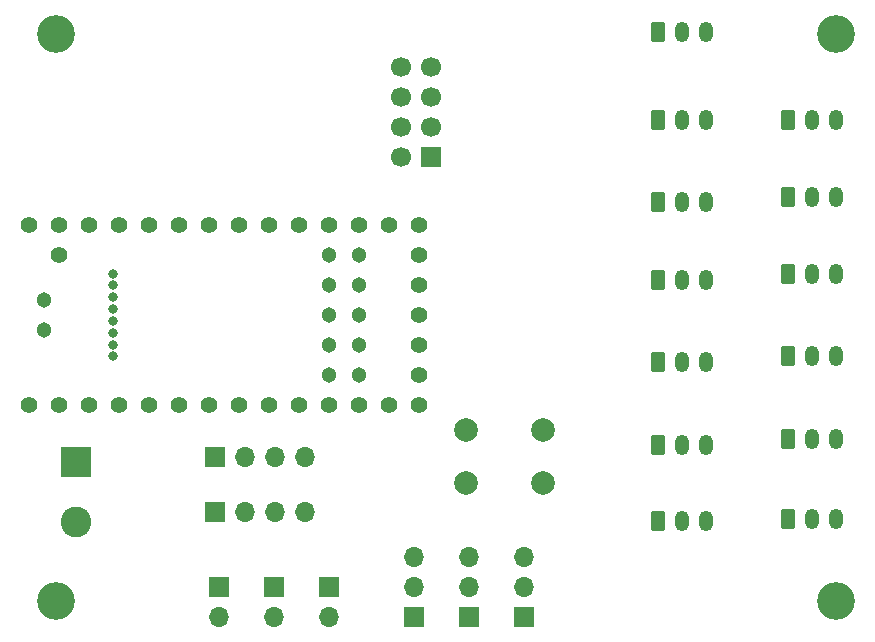
<source format=gbr>
%TF.GenerationSoftware,KiCad,Pcbnew,8.0.7*%
%TF.CreationDate,2024-12-26T23:36:23+07:00*%
%TF.ProjectId,Teensy4.0PCB,5465656e-7379-4342-9e30-5043422e6b69,rev?*%
%TF.SameCoordinates,Original*%
%TF.FileFunction,Soldermask,Bot*%
%TF.FilePolarity,Negative*%
%FSLAX46Y46*%
G04 Gerber Fmt 4.6, Leading zero omitted, Abs format (unit mm)*
G04 Created by KiCad (PCBNEW 8.0.7) date 2024-12-26 23:36:23*
%MOMM*%
%LPD*%
G01*
G04 APERTURE LIST*
G04 Aperture macros list*
%AMRoundRect*
0 Rectangle with rounded corners*
0 $1 Rounding radius*
0 $2 $3 $4 $5 $6 $7 $8 $9 X,Y pos of 4 corners*
0 Add a 4 corners polygon primitive as box body*
4,1,4,$2,$3,$4,$5,$6,$7,$8,$9,$2,$3,0*
0 Add four circle primitives for the rounded corners*
1,1,$1+$1,$2,$3*
1,1,$1+$1,$4,$5*
1,1,$1+$1,$6,$7*
1,1,$1+$1,$8,$9*
0 Add four rect primitives between the rounded corners*
20,1,$1+$1,$2,$3,$4,$5,0*
20,1,$1+$1,$4,$5,$6,$7,0*
20,1,$1+$1,$6,$7,$8,$9,0*
20,1,$1+$1,$8,$9,$2,$3,0*%
G04 Aperture macros list end*
%ADD10R,1.700000X1.700000*%
%ADD11O,1.700000X1.700000*%
%ADD12C,2.000000*%
%ADD13C,3.200000*%
%ADD14RoundRect,0.250000X-0.350000X-0.625000X0.350000X-0.625000X0.350000X0.625000X-0.350000X0.625000X0*%
%ADD15O,1.200000X1.750000*%
%ADD16R,2.600000X2.600000*%
%ADD17C,2.600000*%
%ADD18C,1.700000*%
%ADD19C,1.404000*%
%ADD20C,1.304000*%
%ADD21C,0.804000*%
G04 APERTURE END LIST*
D10*
%TO.C,3.3V*%
X153650000Y-120540000D03*
D11*
X153650000Y-118000000D03*
X153650000Y-115460000D03*
%TD*%
D12*
%TO.C,Button1*%
X148750000Y-104750000D03*
X155250000Y-104750000D03*
X148750000Y-109250000D03*
X155250000Y-109250000D03*
%TD*%
D10*
%TO.C,5V*%
X149000000Y-120540000D03*
D11*
X149000000Y-118000000D03*
X149000000Y-115460000D03*
%TD*%
D13*
%TO.C,H3*%
X180000000Y-119200000D03*
%TD*%
%TO.C,H4*%
X180000000Y-71200000D03*
%TD*%
D10*
%TO.C,GND*%
X144350000Y-120540000D03*
D11*
X144350000Y-118000000D03*
X144350000Y-115460000D03*
%TD*%
D13*
%TO.C,H1*%
X114000000Y-71200000D03*
%TD*%
D14*
%TO.C,servo11*%
X165000000Y-71000000D03*
D15*
X167000000Y-71000000D03*
X169000000Y-71000000D03*
%TD*%
D16*
%TO.C,Main-Terminal1*%
X115695000Y-107455000D03*
D17*
X115695000Y-112535000D03*
%TD*%
D15*
%TO.C,servo10*%
X180000000Y-105500000D03*
X178000000Y-105500000D03*
D14*
X176000000Y-105500000D03*
%TD*%
%TO.C,servo1*%
X165000000Y-85450000D03*
D15*
X167000000Y-85450000D03*
X169000000Y-85450000D03*
%TD*%
D10*
%TO.C,S4*%
X132490000Y-117990000D03*
D11*
X132490000Y-120530000D03*
%TD*%
D14*
%TO.C,servo9*%
X165000000Y-112450000D03*
D15*
X167000000Y-112450000D03*
X169000000Y-112450000D03*
%TD*%
%TO.C,servo3*%
X180000000Y-85050000D03*
X178000000Y-85050000D03*
D14*
X176000000Y-85050000D03*
%TD*%
D15*
%TO.C,servo7*%
X180000000Y-91500000D03*
X178000000Y-91500000D03*
D14*
X176000000Y-91500000D03*
%TD*%
D15*
%TO.C,servo5*%
X180000000Y-98500000D03*
X178000000Y-98500000D03*
D14*
X176000000Y-98500000D03*
%TD*%
%TO.C,servo8*%
X165000000Y-99000000D03*
D15*
X167000000Y-99000000D03*
X169000000Y-99000000D03*
%TD*%
D13*
%TO.C,H2*%
X114000000Y-119200000D03*
%TD*%
D14*
%TO.C,servo4*%
X165000000Y-92000000D03*
D15*
X167000000Y-92000000D03*
X169000000Y-92000000D03*
%TD*%
D10*
%TO.C,S5*%
X137140000Y-117990000D03*
D11*
X137140000Y-120530000D03*
%TD*%
D15*
%TO.C,servo2*%
X180000000Y-78500000D03*
X178000000Y-78500000D03*
D14*
X176000000Y-78500000D03*
%TD*%
D10*
%TO.C,J2*%
X127460000Y-107000000D03*
D11*
X130000000Y-107000000D03*
X132540000Y-107000000D03*
X135080000Y-107000000D03*
%TD*%
D10*
%TO.C,S3*%
X127840000Y-117990000D03*
D11*
X127840000Y-120530000D03*
%TD*%
D14*
%TO.C,servo6*%
X165000000Y-106000000D03*
D15*
X167000000Y-106000000D03*
X169000000Y-106000000D03*
%TD*%
D14*
%TO.C,servo13*%
X165000000Y-78450000D03*
D15*
X167000000Y-78450000D03*
X169000000Y-78450000D03*
%TD*%
D10*
%TO.C,J1*%
X127460000Y-111650000D03*
D11*
X130000000Y-111650000D03*
X132540000Y-111650000D03*
X135080000Y-111650000D03*
%TD*%
D15*
%TO.C,servo12*%
X180000000Y-112250000D03*
X178000000Y-112250000D03*
D14*
X176000000Y-112250000D03*
%TD*%
D10*
%TO.C,U2*%
X145789500Y-81625000D03*
D18*
X143249500Y-81625000D03*
X145789500Y-79085000D03*
X143249500Y-79085000D03*
X145789500Y-76545000D03*
X143249500Y-76545000D03*
X145789500Y-74005000D03*
X143249500Y-74005000D03*
%TD*%
D19*
%TO.C,U1*%
X111725000Y-102620000D03*
X114265000Y-102620000D03*
X116805000Y-102620000D03*
X119345000Y-102620000D03*
X121885000Y-102620000D03*
X124425000Y-102620000D03*
X126965000Y-102620000D03*
X129505000Y-102620000D03*
X132045000Y-102620000D03*
X134585000Y-102620000D03*
X137125000Y-102620000D03*
X139665000Y-102620000D03*
X142205000Y-102620000D03*
X144745000Y-102620000D03*
X144745000Y-100080000D03*
X144745000Y-97540000D03*
X144745000Y-95000000D03*
X144745000Y-92460000D03*
X144745000Y-89920000D03*
X144745000Y-87380000D03*
X142205000Y-87380000D03*
X139665000Y-87380000D03*
X137125000Y-87380000D03*
X134585000Y-87380000D03*
X132045000Y-87380000D03*
X129505000Y-87380000D03*
X126965000Y-87380000D03*
X124425000Y-87380000D03*
X121885000Y-87380000D03*
X119345000Y-87380000D03*
X116805000Y-87380000D03*
X114265000Y-87380000D03*
X111725000Y-87380000D03*
X114265000Y-89920000D03*
D20*
X139665000Y-89920000D03*
X137125000Y-89920000D03*
X139665000Y-92460000D03*
X137125000Y-92460000D03*
X139665000Y-95000000D03*
X137125000Y-95000000D03*
X139665000Y-97540000D03*
X137125000Y-97540000D03*
X139665000Y-100080000D03*
X137125000Y-100080000D03*
D21*
X118863400Y-91500000D03*
X118863400Y-92500000D03*
X118863400Y-93500000D03*
X118863400Y-94500000D03*
X118863400Y-95500000D03*
X118863400Y-96500000D03*
X118863400Y-97500000D03*
X118863400Y-98500000D03*
D20*
X112995000Y-93730000D03*
X112995000Y-96270000D03*
%TD*%
M02*

</source>
